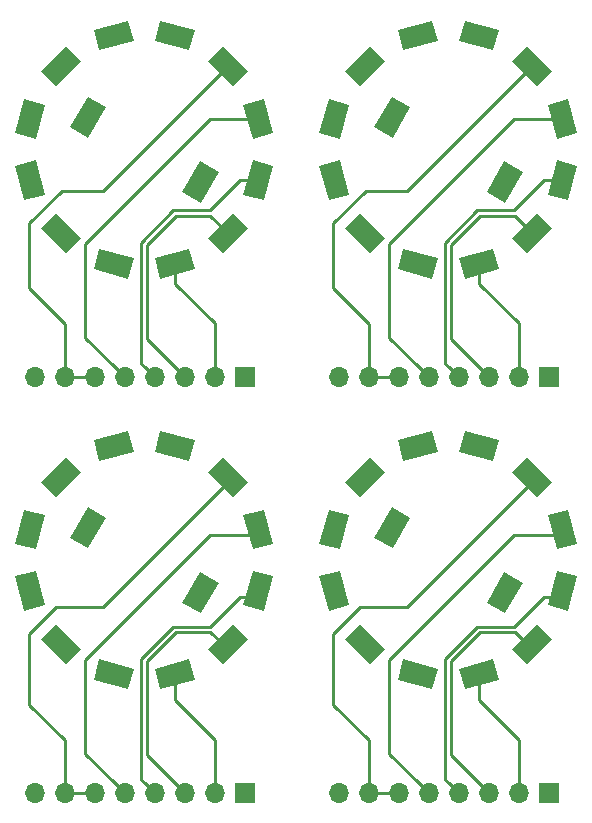
<source format=gbl>
G04 #@! TF.FileFunction,Copper,L2,Bot,Signal*
%FSLAX46Y46*%
G04 Gerber Fmt 4.6, Leading zero omitted, Abs format (unit mm)*
G04 Created by KiCad (PCBNEW 4.0.2-stable) date 2019-03-28 2:30:29 PM*
%MOMM*%
G01*
G04 APERTURE LIST*
%ADD10C,0.200000*%
%ADD11R,1.700000X1.700000*%
%ADD12O,1.700000X1.700000*%
%ADD13C,0.250000*%
G04 APERTURE END LIST*
D10*
G36*
X151055952Y-146152438D02*
X151521826Y-147891105D01*
X148624048Y-148667562D01*
X148158174Y-146928895D01*
X151055952Y-146152438D01*
X151055952Y-146152438D01*
G37*
G36*
X154744264Y-143122944D02*
X156017056Y-144395736D01*
X153895736Y-146517056D01*
X152622944Y-145244264D01*
X154744264Y-143122944D01*
X154744264Y-143122944D01*
G37*
G36*
X156428895Y-138658174D02*
X158167562Y-139124048D01*
X157391105Y-142021826D01*
X155652438Y-141555952D01*
X156428895Y-138658174D01*
X156428895Y-138658174D01*
G37*
G36*
X158167562Y-136375952D02*
X156428895Y-136841826D01*
X155652438Y-133944048D01*
X157391105Y-133478174D01*
X158167562Y-136375952D01*
X158167562Y-136375952D01*
G37*
G36*
X156017056Y-131104264D02*
X154744264Y-132377056D01*
X152622944Y-130255736D01*
X153895736Y-128982944D01*
X156017056Y-131104264D01*
X156017056Y-131104264D01*
G37*
G36*
X151521826Y-127608895D02*
X151055952Y-129347562D01*
X148158174Y-128571105D01*
X148624048Y-126832438D01*
X151521826Y-127608895D01*
X151521826Y-127608895D01*
G37*
G36*
X142460577Y-133250962D02*
X144019423Y-134150962D01*
X142519423Y-136749038D01*
X140960577Y-135849038D01*
X142460577Y-133250962D01*
X142460577Y-133250962D01*
G37*
G36*
X151980577Y-138750962D02*
X153539423Y-139650962D01*
X152039423Y-142249038D01*
X150480577Y-141349038D01*
X151980577Y-138750962D01*
X151980577Y-138750962D01*
G37*
G36*
X146341826Y-146928895D02*
X145875952Y-148667562D01*
X142978174Y-147891105D01*
X143444048Y-146152438D01*
X146341826Y-146928895D01*
X146341826Y-146928895D01*
G37*
G36*
X141877056Y-145244264D02*
X140604264Y-146517056D01*
X138482944Y-144395736D01*
X139755736Y-143122944D01*
X141877056Y-145244264D01*
X141877056Y-145244264D01*
G37*
G36*
X138847562Y-141555952D02*
X137108895Y-142021826D01*
X136332438Y-139124048D01*
X138071105Y-138658174D01*
X138847562Y-141555952D01*
X138847562Y-141555952D01*
G37*
G36*
X137108895Y-133478174D02*
X138847562Y-133944048D01*
X138071105Y-136841826D01*
X136332438Y-136375952D01*
X137108895Y-133478174D01*
X137108895Y-133478174D01*
G37*
G36*
X140604264Y-128982944D02*
X141877056Y-130255736D01*
X139755736Y-132377056D01*
X138482944Y-131104264D01*
X140604264Y-128982944D01*
X140604264Y-128982944D01*
G37*
G36*
X145875952Y-126832438D02*
X146341826Y-128571105D01*
X143444048Y-129347562D01*
X142978174Y-127608895D01*
X145875952Y-126832438D01*
X145875952Y-126832438D01*
G37*
G36*
X125305952Y-146152438D02*
X125771826Y-147891105D01*
X122874048Y-148667562D01*
X122408174Y-146928895D01*
X125305952Y-146152438D01*
X125305952Y-146152438D01*
G37*
G36*
X128994264Y-143122944D02*
X130267056Y-144395736D01*
X128145736Y-146517056D01*
X126872944Y-145244264D01*
X128994264Y-143122944D01*
X128994264Y-143122944D01*
G37*
G36*
X130678895Y-138658174D02*
X132417562Y-139124048D01*
X131641105Y-142021826D01*
X129902438Y-141555952D01*
X130678895Y-138658174D01*
X130678895Y-138658174D01*
G37*
G36*
X132417562Y-136375952D02*
X130678895Y-136841826D01*
X129902438Y-133944048D01*
X131641105Y-133478174D01*
X132417562Y-136375952D01*
X132417562Y-136375952D01*
G37*
G36*
X130267056Y-131104264D02*
X128994264Y-132377056D01*
X126872944Y-130255736D01*
X128145736Y-128982944D01*
X130267056Y-131104264D01*
X130267056Y-131104264D01*
G37*
G36*
X125771826Y-127608895D02*
X125305952Y-129347562D01*
X122408174Y-128571105D01*
X122874048Y-126832438D01*
X125771826Y-127608895D01*
X125771826Y-127608895D01*
G37*
G36*
X116710577Y-133250962D02*
X118269423Y-134150962D01*
X116769423Y-136749038D01*
X115210577Y-135849038D01*
X116710577Y-133250962D01*
X116710577Y-133250962D01*
G37*
G36*
X126230577Y-138750962D02*
X127789423Y-139650962D01*
X126289423Y-142249038D01*
X124730577Y-141349038D01*
X126230577Y-138750962D01*
X126230577Y-138750962D01*
G37*
G36*
X120591826Y-146928895D02*
X120125952Y-148667562D01*
X117228174Y-147891105D01*
X117694048Y-146152438D01*
X120591826Y-146928895D01*
X120591826Y-146928895D01*
G37*
G36*
X116127056Y-145244264D02*
X114854264Y-146517056D01*
X112732944Y-144395736D01*
X114005736Y-143122944D01*
X116127056Y-145244264D01*
X116127056Y-145244264D01*
G37*
G36*
X113097562Y-141555952D02*
X111358895Y-142021826D01*
X110582438Y-139124048D01*
X112321105Y-138658174D01*
X113097562Y-141555952D01*
X113097562Y-141555952D01*
G37*
G36*
X111358895Y-133478174D02*
X113097562Y-133944048D01*
X112321105Y-136841826D01*
X110582438Y-136375952D01*
X111358895Y-133478174D01*
X111358895Y-133478174D01*
G37*
G36*
X114854264Y-128982944D02*
X116127056Y-130255736D01*
X114005736Y-132377056D01*
X112732944Y-131104264D01*
X114854264Y-128982944D01*
X114854264Y-128982944D01*
G37*
G36*
X120125952Y-126832438D02*
X120591826Y-128571105D01*
X117694048Y-129347562D01*
X117228174Y-127608895D01*
X120125952Y-126832438D01*
X120125952Y-126832438D01*
G37*
D11*
X130000000Y-157500000D03*
D12*
X127460000Y-157500000D03*
X124920000Y-157500000D03*
X122380000Y-157500000D03*
X119840000Y-157500000D03*
X117300000Y-157500000D03*
X114760000Y-157500000D03*
X112220000Y-157500000D03*
D11*
X155750000Y-157500000D03*
D12*
X153210000Y-157500000D03*
X150670000Y-157500000D03*
X148130000Y-157500000D03*
X145590000Y-157500000D03*
X143050000Y-157500000D03*
X140510000Y-157500000D03*
X137970000Y-157500000D03*
D11*
X155750000Y-122250000D03*
D12*
X153210000Y-122250000D03*
X150670000Y-122250000D03*
X148130000Y-122250000D03*
X145590000Y-122250000D03*
X143050000Y-122250000D03*
X140510000Y-122250000D03*
X137970000Y-122250000D03*
D10*
G36*
X151055952Y-111402438D02*
X151521826Y-113141105D01*
X148624048Y-113917562D01*
X148158174Y-112178895D01*
X151055952Y-111402438D01*
X151055952Y-111402438D01*
G37*
G36*
X154744264Y-108372944D02*
X156017056Y-109645736D01*
X153895736Y-111767056D01*
X152622944Y-110494264D01*
X154744264Y-108372944D01*
X154744264Y-108372944D01*
G37*
G36*
X156428895Y-103908174D02*
X158167562Y-104374048D01*
X157391105Y-107271826D01*
X155652438Y-106805952D01*
X156428895Y-103908174D01*
X156428895Y-103908174D01*
G37*
G36*
X158167562Y-101625952D02*
X156428895Y-102091826D01*
X155652438Y-99194048D01*
X157391105Y-98728174D01*
X158167562Y-101625952D01*
X158167562Y-101625952D01*
G37*
G36*
X156017056Y-96354264D02*
X154744264Y-97627056D01*
X152622944Y-95505736D01*
X153895736Y-94232944D01*
X156017056Y-96354264D01*
X156017056Y-96354264D01*
G37*
G36*
X151521826Y-92858895D02*
X151055952Y-94597562D01*
X148158174Y-93821105D01*
X148624048Y-92082438D01*
X151521826Y-92858895D01*
X151521826Y-92858895D01*
G37*
G36*
X142460577Y-98500962D02*
X144019423Y-99400962D01*
X142519423Y-101999038D01*
X140960577Y-101099038D01*
X142460577Y-98500962D01*
X142460577Y-98500962D01*
G37*
G36*
X151980577Y-104000962D02*
X153539423Y-104900962D01*
X152039423Y-107499038D01*
X150480577Y-106599038D01*
X151980577Y-104000962D01*
X151980577Y-104000962D01*
G37*
G36*
X146341826Y-112178895D02*
X145875952Y-113917562D01*
X142978174Y-113141105D01*
X143444048Y-111402438D01*
X146341826Y-112178895D01*
X146341826Y-112178895D01*
G37*
G36*
X141877056Y-110494264D02*
X140604264Y-111767056D01*
X138482944Y-109645736D01*
X139755736Y-108372944D01*
X141877056Y-110494264D01*
X141877056Y-110494264D01*
G37*
G36*
X138847562Y-106805952D02*
X137108895Y-107271826D01*
X136332438Y-104374048D01*
X138071105Y-103908174D01*
X138847562Y-106805952D01*
X138847562Y-106805952D01*
G37*
G36*
X137108895Y-98728174D02*
X138847562Y-99194048D01*
X138071105Y-102091826D01*
X136332438Y-101625952D01*
X137108895Y-98728174D01*
X137108895Y-98728174D01*
G37*
G36*
X140604264Y-94232944D02*
X141877056Y-95505736D01*
X139755736Y-97627056D01*
X138482944Y-96354264D01*
X140604264Y-94232944D01*
X140604264Y-94232944D01*
G37*
G36*
X145875952Y-92082438D02*
X146341826Y-93821105D01*
X143444048Y-94597562D01*
X142978174Y-92858895D01*
X145875952Y-92082438D01*
X145875952Y-92082438D01*
G37*
G36*
X125305952Y-111402438D02*
X125771826Y-113141105D01*
X122874048Y-113917562D01*
X122408174Y-112178895D01*
X125305952Y-111402438D01*
X125305952Y-111402438D01*
G37*
G36*
X128994264Y-108372944D02*
X130267056Y-109645736D01*
X128145736Y-111767056D01*
X126872944Y-110494264D01*
X128994264Y-108372944D01*
X128994264Y-108372944D01*
G37*
G36*
X130678895Y-103908174D02*
X132417562Y-104374048D01*
X131641105Y-107271826D01*
X129902438Y-106805952D01*
X130678895Y-103908174D01*
X130678895Y-103908174D01*
G37*
G36*
X132417562Y-101625952D02*
X130678895Y-102091826D01*
X129902438Y-99194048D01*
X131641105Y-98728174D01*
X132417562Y-101625952D01*
X132417562Y-101625952D01*
G37*
G36*
X130267056Y-96354264D02*
X128994264Y-97627056D01*
X126872944Y-95505736D01*
X128145736Y-94232944D01*
X130267056Y-96354264D01*
X130267056Y-96354264D01*
G37*
G36*
X125771826Y-92858895D02*
X125305952Y-94597562D01*
X122408174Y-93821105D01*
X122874048Y-92082438D01*
X125771826Y-92858895D01*
X125771826Y-92858895D01*
G37*
G36*
X116710577Y-98500962D02*
X118269423Y-99400962D01*
X116769423Y-101999038D01*
X115210577Y-101099038D01*
X116710577Y-98500962D01*
X116710577Y-98500962D01*
G37*
G36*
X126230577Y-104000962D02*
X127789423Y-104900962D01*
X126289423Y-107499038D01*
X124730577Y-106599038D01*
X126230577Y-104000962D01*
X126230577Y-104000962D01*
G37*
G36*
X120591826Y-112178895D02*
X120125952Y-113917562D01*
X117228174Y-113141105D01*
X117694048Y-111402438D01*
X120591826Y-112178895D01*
X120591826Y-112178895D01*
G37*
G36*
X116127056Y-110494264D02*
X114854264Y-111767056D01*
X112732944Y-109645736D01*
X114005736Y-108372944D01*
X116127056Y-110494264D01*
X116127056Y-110494264D01*
G37*
G36*
X113097562Y-106805952D02*
X111358895Y-107271826D01*
X110582438Y-104374048D01*
X112321105Y-103908174D01*
X113097562Y-106805952D01*
X113097562Y-106805952D01*
G37*
G36*
X111358895Y-98728174D02*
X113097562Y-99194048D01*
X112321105Y-102091826D01*
X110582438Y-101625952D01*
X111358895Y-98728174D01*
X111358895Y-98728174D01*
G37*
G36*
X114854264Y-94232944D02*
X116127056Y-95505736D01*
X114005736Y-97627056D01*
X112732944Y-96354264D01*
X114854264Y-94232944D01*
X114854264Y-94232944D01*
G37*
G36*
X120125952Y-92082438D02*
X120591826Y-93821105D01*
X117694048Y-94597562D01*
X117228174Y-92858895D01*
X120125952Y-92082438D01*
X120125952Y-92082438D01*
G37*
D11*
X130000000Y-122250000D03*
D12*
X127460000Y-122250000D03*
X124920000Y-122250000D03*
X122380000Y-122250000D03*
X119840000Y-122250000D03*
X117300000Y-122250000D03*
X114760000Y-122250000D03*
X112220000Y-122250000D03*
D13*
X124090000Y-147910000D02*
X124090000Y-149590000D01*
X127460000Y-152960000D02*
X127460000Y-157500000D01*
X124090000Y-149590000D02*
X127460000Y-152960000D01*
X153210000Y-152960000D02*
X153210000Y-157500000D01*
X149840000Y-149590000D02*
X153210000Y-152960000D01*
X149840000Y-147910000D02*
X149840000Y-149590000D01*
X149840000Y-112660000D02*
X149840000Y-114340000D01*
X149840000Y-114340000D02*
X153210000Y-117710000D01*
X153210000Y-117710000D02*
X153210000Y-122250000D01*
X124090000Y-112660000D02*
X124090000Y-114340000D01*
X124090000Y-114340000D02*
X127460000Y-117710000D01*
X127460000Y-117710000D02*
X127460000Y-122250000D01*
X121700011Y-146299989D02*
X121700011Y-154280011D01*
X124150000Y-143850000D02*
X121700011Y-146299989D01*
X127100000Y-143850000D02*
X124150000Y-143850000D01*
X121700011Y-154280011D02*
X124070001Y-156650001D01*
X124070001Y-156650001D02*
X124920000Y-157500000D01*
X128570000Y-145320000D02*
X127100000Y-143850000D01*
X154320000Y-145320000D02*
X152850000Y-143850000D01*
X147450011Y-146299989D02*
X147450011Y-154280011D01*
X147450011Y-154280011D02*
X149820001Y-156650001D01*
X149820001Y-156650001D02*
X150670000Y-157500000D01*
X152850000Y-143850000D02*
X149900000Y-143850000D01*
X149900000Y-143850000D02*
X147450011Y-146299989D01*
X147450011Y-111049989D02*
X147450011Y-119030011D01*
X149900000Y-108600000D02*
X147450011Y-111049989D01*
X152850000Y-108600000D02*
X149900000Y-108600000D01*
X154320000Y-110070000D02*
X152850000Y-108600000D01*
X147450011Y-119030011D02*
X149820001Y-121400001D01*
X149820001Y-121400001D02*
X150670000Y-122250000D01*
X128570000Y-110070000D02*
X127100000Y-108600000D01*
X124070001Y-121400001D02*
X124920000Y-122250000D01*
X127100000Y-108600000D02*
X124150000Y-108600000D01*
X124150000Y-108600000D02*
X121700011Y-111049989D01*
X121700011Y-119030011D02*
X124070001Y-121400001D01*
X121700011Y-111049989D02*
X121700011Y-119030011D01*
X121250000Y-146113589D02*
X121250000Y-156370000D01*
X121250000Y-156370000D02*
X121530001Y-156650001D01*
X127050011Y-143399989D02*
X123963600Y-143399989D01*
X121530001Y-156650001D02*
X122380000Y-157500000D01*
X129610000Y-140840000D02*
X127050011Y-143399989D01*
X131160000Y-140840000D02*
X129610000Y-140840000D01*
X123963600Y-143399989D02*
X121250000Y-146113589D01*
X155360000Y-140840000D02*
X152800011Y-143399989D01*
X156910000Y-140840000D02*
X155360000Y-140840000D01*
X152800011Y-143399989D02*
X149713600Y-143399989D01*
X147000000Y-146113589D02*
X147000000Y-156370000D01*
X147000000Y-156370000D02*
X147280001Y-156650001D01*
X147280001Y-156650001D02*
X148130000Y-157500000D01*
X149713600Y-143399989D02*
X147000000Y-146113589D01*
X147000000Y-110863589D02*
X147000000Y-121120000D01*
X152800011Y-108149989D02*
X149713600Y-108149989D01*
X149713600Y-108149989D02*
X147000000Y-110863589D01*
X156910000Y-105590000D02*
X155360000Y-105590000D01*
X155360000Y-105590000D02*
X152800011Y-108149989D01*
X147280001Y-121400001D02*
X148130000Y-122250000D01*
X147000000Y-121120000D02*
X147280001Y-121400001D01*
X131160000Y-105590000D02*
X129610000Y-105590000D01*
X121250000Y-121120000D02*
X121530001Y-121400001D01*
X129610000Y-105590000D02*
X127050011Y-108149989D01*
X127050011Y-108149989D02*
X123963600Y-108149989D01*
X123963600Y-108149989D02*
X121250000Y-110863589D01*
X121250000Y-110863589D02*
X121250000Y-121120000D01*
X121530001Y-121400001D02*
X122380000Y-122250000D01*
X131160000Y-100410000D02*
X127090000Y-100410000D01*
X127090000Y-100410000D02*
X116500000Y-111000000D01*
X118990001Y-121400001D02*
X119840000Y-122250000D01*
X116500000Y-111000000D02*
X116500000Y-118910000D01*
X116500000Y-118910000D02*
X118990001Y-121400001D01*
X156910000Y-100410000D02*
X152840000Y-100410000D01*
X144740001Y-121400001D02*
X145590000Y-122250000D01*
X152840000Y-100410000D02*
X142250000Y-111000000D01*
X142250000Y-111000000D02*
X142250000Y-118910000D01*
X142250000Y-118910000D02*
X144740001Y-121400001D01*
X156910000Y-135660000D02*
X152840000Y-135660000D01*
X152840000Y-135660000D02*
X142250000Y-146250000D01*
X142250000Y-146250000D02*
X142250000Y-154160000D01*
X142250000Y-154160000D02*
X144740001Y-156650001D01*
X144740001Y-156650001D02*
X145590000Y-157500000D01*
X131160000Y-135660000D02*
X127090000Y-135660000D01*
X127090000Y-135660000D02*
X116500000Y-146250000D01*
X116500000Y-146250000D02*
X116500000Y-154160000D01*
X116500000Y-154160000D02*
X118990001Y-156650001D01*
X118990001Y-156650001D02*
X119840000Y-157500000D01*
X154320000Y-131180000D02*
X143750000Y-141750000D01*
X143750000Y-141750000D02*
X139750000Y-141750000D01*
X137500000Y-144000000D02*
X137500000Y-150000000D01*
X139750000Y-141750000D02*
X137500000Y-144000000D01*
X137500000Y-150000000D02*
X140510000Y-153010000D01*
X140510000Y-153010000D02*
X140510000Y-157500000D01*
X128570000Y-131180000D02*
X118000000Y-141750000D01*
X118000000Y-141750000D02*
X114000000Y-141750000D01*
X114000000Y-141750000D02*
X111750000Y-144000000D01*
X111750000Y-144000000D02*
X111750000Y-150000000D01*
X111750000Y-150000000D02*
X114760000Y-153010000D01*
X114760000Y-153010000D02*
X114760000Y-157500000D01*
X114760000Y-157500000D02*
X115962081Y-157500000D01*
X115962081Y-157500000D02*
X117300000Y-157500000D01*
X140510000Y-157500000D02*
X141712081Y-157500000D01*
X141712081Y-157500000D02*
X143050000Y-157500000D01*
X140250000Y-106500000D02*
X137500000Y-109250000D01*
X143750000Y-106500000D02*
X140250000Y-106500000D01*
X140510000Y-117760000D02*
X140510000Y-122250000D01*
X141712081Y-122250000D02*
X143050000Y-122250000D01*
X140510000Y-122250000D02*
X141712081Y-122250000D01*
X137500000Y-114750000D02*
X140510000Y-117760000D01*
X137500000Y-109250000D02*
X137500000Y-114750000D01*
X154320000Y-95930000D02*
X143750000Y-106500000D01*
X114760000Y-122250000D02*
X115962081Y-122250000D01*
X115962081Y-122250000D02*
X117300000Y-122250000D01*
X128570000Y-95930000D02*
X118000000Y-106500000D01*
X111750000Y-109250000D02*
X111750000Y-114750000D01*
X118000000Y-106500000D02*
X114500000Y-106500000D01*
X114500000Y-106500000D02*
X111750000Y-109250000D01*
X111750000Y-114750000D02*
X114760000Y-117760000D01*
X114760000Y-117760000D02*
X114760000Y-122250000D01*
M02*

</source>
